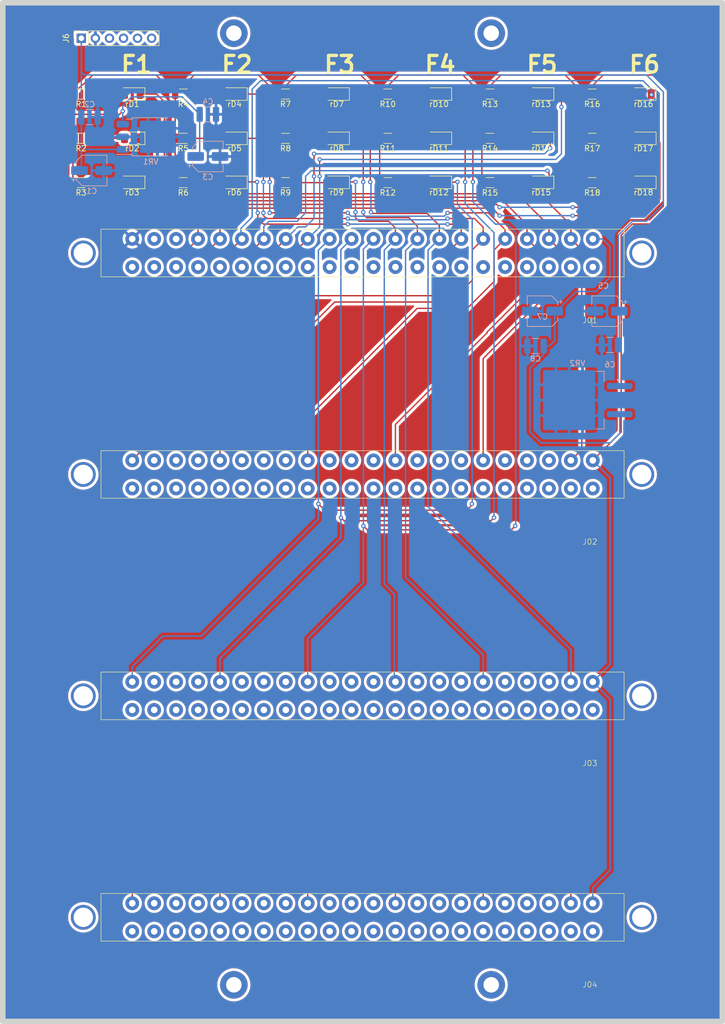
<source format=kicad_pcb>
(kicad_pcb (version 20240108) (generator "pcbnew") (generator_version "8.0")
  (layers (0 "F.Cu" signal) (31 "B.Cu" signal) (34 "B.Paste" user) (35 "F.Paste" user) (36 "B.SilkS" user "B.Silkscreen") (37 "F.SilkS" user "F.Silkscreen") (38 "B.Mask" user) (39 "F.Mask" user) (44 "Edge.Cuts" user))
  (net 0 "")
  (net 1 "VCC")
  (net 3 "Net-(J01-Pin_2a)")
  (net 5 "Net-(J01-Pin_3a)")
  (net 7 "Net-(J01-Pin_4a)")
  (net 9 "Net-(J01-Pin_5a)")
  (net 11 "Net-(J01-Pin_6a)")
  (net 13 "Net-(J01-Pin_7a)")
  (net 15 "Net-(J01-Pin_8a)")
  (net 17 "Net-(J01-Pin_9a)")
  (net 19 "Net-(J01-Pin_10a)")
  (net 21 "Net-(J01-Pin_11a)")
  (net 23 "Net-(J01-Pin_12a)")
  (net 25 "Net-(J01-Pin_13a)")
  (net 27 "Net-(J01-Pin_14a)")
  (net 29 "Net-(J01-Pin_15a)")
  (net 31 "Net-(J01-Pin_16a)")
  (net 33 "Net-(J01-Pin_17a)")
  (net 35 "Net-(J01-Pin_18a)")
  (net 37 "Net-(J01-Pin_19a)")
  (net 43 "GND")
  (net 156 "Net-(rD1-A)")
  (net 157 "Net-(rD2-A)")
  (net 158 "Net-(rD3-A)")
  (net 159 "Net-(rD4-A)")
  (net 160 "Net-(rD5-A)")
  (net 161 "Net-(rD6-A)")
  (net 162 "Net-(rD7-A)")
  (net 163 "Net-(rD8-A)")
  (net 164 "Net-(rD9-A)")
  (net 165 "Net-(rD10-A)")
  (net 166 "Net-(rD11-A)")
  (net 167 "Net-(rD12-A)")
  (net 168 "Net-(rD13-A)")
  (net 169 "Net-(rD14-A)")
  (net 170 "Net-(rD15-A)")
  (net 171 "Net-(rD16-A)")
  (net 172 "Net-(rD17-A)")
  (net 173 "Net-(rD18-A)")
  (net 174 "+12V")
  (net 175 "+5V")
  (footprint "Resistor_SMD:R_1206_3216Metric" (layer "F.Cu") (at 142.94682 44.963 180)
    (property "Reference" "R18")
    (property "Value" "R")
  )
  (footprint "Resistor_SMD:R_1206_3216Metric" (layer "F.Cu") (at 106.004276 28.961 180)
    (property "Reference" "R10")
    (property "Value" "R")
  )
  (footprint "LED_SMD:LED_1206_3216Metric" (layer "F.Cu") (at 133.731184 44.913 180)
    (property "Reference" "rD15")
    (property "Value" "LED")
  )
  (footprint "Resistor_SMD:R_1206_3216Metric" (layer "F.Cu") (at 87.533004 28.961 180)
    (property "Reference" "R7")
    (property "Value" "R")
  )
  (footprint "LED_SMD:LED_1206_3216Metric" (layer "F.Cu") (at 78.317368 28.961 180)
    (property "Reference" "rD4")
    (property "Value" "LED")
  )
  (footprint "EdgeConectors:Edac_22x2_3.96" (layer "F.Cu") (at 143.05246 175.133 180)
    (property "Reference" "J04")
    (property "Value" "Conn_02x22_Row_Letter_Last")
  )
  (footprint "LED_SMD:LED_1206_3216Metric" (layer "F.Cu") (at 115.259912 36.962 180)
    (property "Reference" "rD11")
    (property "Value" "LED")
  )
  (footprint "Resistor_SMD:R_1206_3216Metric" (layer "F.Cu") (at 69.061732 44.963 180)
    (property "Reference" "R6")
    (property "Value" "R")
  )
  (footprint "LED_SMD:LED_1206_3216Metric" (layer "F.Cu") (at 133.731184 28.961 180)
    (property "Reference" "rD13")
    (property "Value" "LED")
  )
  (footprint "Resistor_SMD:R_1206_3216Metric" (layer "F.Cu") (at 69.061732 36.962 180)
    (property "Reference" "R5")
    (property "Value" "R")
  )
  (footprint "Resistor_SMD:R_1206_3216Metric" (layer "F.Cu") (at 87.533004 36.962 180)
    (property "Reference" "R8")
    (property "Value" "R")
  )
  (footprint "Resistor_SMD:R_1206_3216Metric" (layer "F.Cu") (at 69.061732 28.961 180)
    (property "Reference" "R4")
    (property "Value" "R")
  )
  (footprint "LED_SMD:LED_1206_3216Metric" (layer "F.Cu") (at 152.20246 44.913 180)
    (property "Reference" "rD18")
    (property "Value" "LED")
  )
  (footprint "Resistor_SMD:R_1206_3216Metric" (layer "F.Cu") (at 142.94682 28.961 180)
    (property "Reference" "R16")
    (property "Value" "R")
  )
  (footprint "EdgeConectors:Edac_22x2_3.96" (layer "F.Cu") (at 143.05246 95.133 180)
    (property "Reference" "J02")
    (property "Value" "Conn_02x22_Row_Letter_Last")
  )
  (footprint "Resistor_SMD:R_1206_3216Metric" (layer "F.Cu") (at 50.59046 28.961 180)
    (property "Reference" "R1")
    (property "Value" "R")
  )
  (footprint "LED_SMD:LED_1206_3216Metric" (layer "F.Cu") (at 133.731184 36.962 180)
    (property "Reference" "rD14")
    (property "Value" "LED")
  )
  (footprint "LED_SMD:LED_1206_3216Metric" (layer "F.Cu") (at 115.259912 44.913 180)
    (property "Reference" "rD12")
    (property "Value" "LED")
  )
  (footprint "Resistor_SMD:R_1206_3216Metric" (layer "F.Cu") (at 87.533004 44.963 180)
    (property "Reference" "R9")
    (property "Value" "R")
  )
  (footprint "Resistor_SMD:R_1206_3216Metric" (layer "F.Cu") (at 50.59046 36.962 180)
    (property "Reference" "R2")
    (property "Value" "R")
  )
  (footprint "LED_SMD:LED_1206_3216Metric" (layer "F.Cu") (at 96.78864 36.962 180)
    (property "Reference" "rD8")
    (property "Value" "LED")
  )
  (footprint "Resistor_SMD:R_1206_3216Metric" (layer "F.Cu") (at 142.94682 36.962 180)
    (property "Reference" "R17")
    (property "Value" "R")
  )
  (footprint "EdgeConectors:Edac_22x2_3.96" (layer "F.Cu") (at 143.05246 55.133 180)
    (property "Reference" "J01")
    (property "Value" "Conn_02x22_Row_Letter_Last")
  )
  (footprint "LED_SMD:LED_1206_3216Metric" (layer "F.Cu") (at 96.78864 44.913 180)
    (property "Reference" "rD9")
    (property "Value" "LED")
  )
  (footprint "LED_SMD:LED_1206_3216Metric" (layer "F.Cu") (at 78.317368 44.913 180)
    (property "Reference" "rD6")
    (property "Value" "LED")
  )
  (footprint "LED_SMD:LED_1206_3216Metric" (layer "F.Cu") (at 78.317368 36.962 180)
    (property "Reference" "rD5")
    (property "Value" "LED")
  )
  (footprint "LED_SMD:LED_1206_3216Metric" (layer "F.Cu") (at 152.20246 28.961 180)
    (property "Reference" "rD16")
    (property "Value" "LED")
  )
  (footprint "Resistor_SMD:R_1206_3216Metric" (layer "F.Cu") (at 106.004276 44.963 180)
    (property "Reference" "R12")
    (property "Value" "R")
  )
  (footprint "Resistor_SMD:R_1206_3216Metric" (layer "F.Cu") (at 124.475548 36.962 180)
    (property "Reference" "R14")
    (property "Value" "R")
  )
  (footprint "LED_SMD:LED_1206_3216Metric" (layer "F.Cu") (at 59.846096 36.962 180)
    (property "Reference" "rD2")
    (property "Value" "LED")
  )
  (footprint "Resistor_SMD:R_1206_3216Metric" (layer "F.Cu") (at 124.475548 44.963 180)
    (property "Reference" "R15")
    (property "Value" "R")
  )
  (footprint "Resistor_SMD:R_1206_3216Metric" (layer "F.Cu") (at 106.004276 36.962 180)
    (property "Reference" "R11")
    (property "Value" "R")
  )
  (footprint "LED_SMD:LED_1206_3216Metric" (layer "F.Cu") (at 152.20246 36.962 180)
    (property "Reference" "rD17")
    (property "Value" "LED")
  )
  (footprint "Connector_PinSocket_2.54mm:PinSocket_1x06_P2.54mm_Vertical" (layer "F.Cu") (at 50.64146 18.88 90)
    (property "Reference" "J6")
    (property "Value" "Conn_01x06_Pin")
  )
  (footprint "LED_SMD:LED_1206_3216Metric" (layer "F.Cu") (at 59.846096 28.961 180)
    (property "Reference" "rD1")
    (property "Value" "LED")
  )
  (footprint "LED_SMD:LED_1206_3216Metric" (layer "F.Cu") (at 115.259912 28.961 180)
    (property "Reference" "rD10")
    (property "Value" "LED")
  )
  (footprint "EdgeConectors:Edac_22x2_3.96" (layer "F.Cu") (at 143.05246 135.133 180)
    (property "Reference" "J03")
    (property "Value" "Conn_02x22_Row_Letter_Last")
  )
  (footprint "Resistor_SMD:R_1206_3216Metric" (layer "F.Cu") (at 124.475548 28.961 180)
    (property "Reference" "R13")
    (property "Value" "R")
  )
  (footprint "Resistor_SMD:R_1206_3216Metric" (layer "F.Cu") (at 50.59046 44.963 180)
    (property "Reference" "R3")
    (property "Value" "R")
  )
  (footprint "LED_SMD:LED_1206_3216Metric" (layer "F.Cu") (at 96.78864 28.961 180)
    (property "Reference" "rD7")
    (property "Value" "LED")
  )
  (footprint "LED_SMD:LED_1206_3216Metric" (layer "F.Cu") (at 59.846096 44.913 180)
    (property "Reference" "rD3")
    (property "Value" "LED")
  )
  (footprint "Package_TO_SOT_SMD:TO-263-2" (layer "B.Cu") (at 140.27246 84.248 180)
    (property "Reference" "VR2")
    (property "Value" "Volt Reg")
  )
  (footprint "Capacitor_SMD:CP_Elec_5x5.9" (layer "B.Cu") (at 145.63746 68.181 180)
    (property "Reference" "C5")
    (property "Value" "Cap Pol1")
  )
  (footprint "Capacitor_SMD:C_1210_3225Metric" (layer "B.Cu") (at 146.14546 74.277)
    (property "Reference" "C6")
    (property "Value" "Cap")
  )
  (footprint "Capacitor_SMD:CP_Elec_5x5.9" (layer "B.Cu") (at 133.95346 68.181 180)
    (property "Reference" "C7")
    (property "Value" "Cap Pol1")
  )
  (footprint "Capacitor_SMD:CP_Elec_5x5.9" (layer "B.Cu") (at 73.50146 40.241)
    (property "Reference" "C3")
    (property "Value" "Cap Pol1")
  )
  (footprint "Capacitor_SMD:C_1210_3225Metric" (layer "B.Cu") (at 132.69746 74.473)
    (property "Reference" "C8")
    (property "Value" "Cap")
  )
  (footprint "Package_TO_SOT_SMD:TO-252-3_TabPin2" (layer "B.Cu") (at 63.16546 36.685)
    (property "Reference" "VR1")
    (property "Value" "Volt Reg")
  )
  (footprint "Capacitor_SMD:C_1210_3225Metric" (layer "B.Cu") (at 52.11646 33.129 180)
    (property "Reference" "C2")
    (property "Value" "Cap")
  )
  (footprint "Capacitor_SMD:C_1210_3225Metric" (layer "B.Cu") (at 73.50146 32.621 180)
    (property "Reference" "C4")
    (property "Value" "Cap")
  )
  (footprint "Capacitor_SMD:CP_Elec_5x5.9" (layer "B.Cu") (at 52.50546 42.781)
    (property "Reference" "C1")
    (property "Value" "Cap Pol1")
  )
  (gr_line (start 166.44746 12.473) (end 166.44746 196.473) (stroke (width 1)) (layer "Edge.Cuts"))
  (gr_line (start 36.44746 196.473) (end 166.44746 196.473) (stroke (width 1)) (layer "Edge.Cuts"))
  (gr_line (start 36.44746 12.473) (end 166.44746 12.473) (stroke (width 1)) (layer "Edge.Cuts"))
  (gr_line (start 36.44746 12.473) (end 36.44746 196.473) (stroke (width 1)) (layer "Edge.Cuts"))
  (gr_text "F2" (at 75.66046 25.382 0) (layer "F.SilkS") (effects (font (size 3 3) (thickness 0.6) (bold yes)) (justify left bottom)))
  (gr_text "F1" (at 57.49946 25.382 0) (layer "F.SilkS") (effects (font (size 3 3) (thickness 0.6) (bold yes)) (justify left bottom)))
  (gr_text "F4" (at 112.36346 25.382 0) (layer "F.SilkS") (effects (font (size 3 3) (thickness 0.6) (bold yes)) (justify left bottom)))
  (gr_text "F5" (at 130.77846 25.382 0) (layer "F.SilkS") (effects (font (size 3 3) (thickness 0.6) (bold yes)) (justify left bottom)))
  (gr_text "F3" (at 94.20246 25.382 0) (layer "F.SilkS") (effects (font (size 3 3) (thickness 0.6) (bold yes)) (justify left bottom)))
  (gr_text "F6" (at 149.29746 25.382 0) (layer "F.SilkS") (effects (font (size 3 3) (thickness 0.6) (bold yes)) (justify left bottom)))
  (via (at 78.19746 17.973) (size 5) (drill 2.8) (layers "F.Cu" "B.Cu") (net 0))
  (via (at 124.69746 17.973) (size 5) (drill 2.8) (layers "F.Cu" "B.Cu") (net 0))
  (via (at 124.69746 189.865) (size 5) (drill 2.8) (layers "F.Cu" "B.Cu") (net 0))
  (via (at 78.19746 189.865) (size 5) (drill 2.8) (layers "F.Cu" "B.Cu") (net 0))
  (segment (start 141.48432 28.961) (end 141.48432 44.963) (width 0.25) (layer "F.Cu") (net 1))
  (segment (start 49.12796 44.963) (end 49.12796 36.962) (width 0.25) (layer "F.Cu") (net 1))
  (segment (start 156.55946 49.512) (end 153.63846 52.433) (width 0.25) (layer "F.Cu") (net 1))
  (segment (start 50.90132 27.31) (end 52.67932 25.532) (width 0.25) (layer "F.Cu") (net 1))
  (segment (start 154.29646 25.532) (end 156.55946 27.795) (width 0.25) (layer "F.Cu") (net 1))
  (segment (start 104.541776 28.961) (end 107.970776 25.532) (width 0.25) (layer "F.Cu") (net 1))
  (segment (start 101.112776 25.532) (end 104.541776 28.961) (width 0.25) (layer "F.Cu") (net 1))
  (segment (start 119.584048 25.532) (end 123.013048 28.961) (width 0.25) (layer "F.Cu") (net 1))
  (segment (start 58.12546 32.045) (end 57.54946 32.621) (width 0.25) (layer "F.Cu") (net 1))
  (segment (start 50.77896 27.31) (end 50.90132 27.31) (width 0.25) (layer "F.Cu") (net 1))
  (segment (start 107.970776 25.532) (end 119.584048 25.532) (width 0.25) (layer "F.Cu") (net 1))
  (segment (start 86.070504 28.961) (end 86.070504 44.963) (width 0.25) (layer "F.Cu") (net 1))
  (segment (start 144.91332 25.532) (end 154.29646 25.532) (width 0.25) (layer "F.Cu") (net 1))
  (segment (start 49.12796 28.961) (end 49.12796 32.113) (width 0.25) (layer "F.Cu") (net 1))
  (segment (start 123.013048 28.961) (end 123.013048 44.963) (width 0.25) (layer "F.Cu") (net 1))
  (segment (start 64.170232 25.532) (end 67.599232 28.961) (width 0.25) (layer "F.Cu") (net 1))
  (segment (start 104.541776 28.961) (end 104.541776 44.963) (width 0.25) (layer "F.Cu") (net 1))
  (segment (start 126.442048 25.532) (end 138.05532 25.532) (width 0.25) (layer "F.Cu") (net 1))
  (segment (start 150.20946 52.433) (end 148.17746 54.465) (width 0.25) (layer "F.Cu") (net 1))
  (segment (start 67.599232 28.961) (end 67.599232 44.963) (width 0.25) (layer "F.Cu") (net 1))
  (segment (start 49.63596 32.621) (end 49.12796 32.113) (width 0.25) (layer "F.Cu") (net 1))
  (segment (start 86.070504 28.961) (end 89.499504 25.532) (width 0.25) (layer "F.Cu") (net 1))
  (segment (start 156.55946 27.795) (end 156.55946 49.512) (width 0.25) (layer "F.Cu") (net 1))
  (segment (start 138.05532 25.532) (end 141.48432 28.961) (width 0.25) (layer "F.Cu") (net 1))
  (segment (start 148.17746 90.008) (end 143.05246 95.133) (width 0.25) (layer "F.Cu") (net 1))
  (segment (start 52.67932 25.532) (end 64.170232 25.532) (width 0.25) (layer "F.Cu") (net 1))
  (segment (start 141.48432 28.961) (end 144.91332 25.532) (width 0.25) (layer "F.Cu") (net 1))
  (segment (start 82.641504 25.532) (end 86.070504 28.961) (width 0.25) (layer "F.Cu") (net 1))
  (segment (start 148.17746 54.465) (end 148.17746 90.008) (width 0.25) (layer "F.Cu") (net 1))
  (segment (start 71.028232 25.532) (end 82.641504 25.532) (width 0.25) (layer "F.Cu") (net 1))
  (segment (start 89.499504 25.532) (end 101.112776 25.532) (width 0.25) (layer "F.Cu") (net 1))
  (segment (start 57.54946 32.621) (end 49.63596 32.621) (width 0.25) (layer "F.Cu") (net 1))
  (segment (start 123.013048 28.961) (end 126.442048 25.532) (width 0.25) (layer "F.Cu") (net 1))
  (segment (start 67.599232 28.961) (end 71.028232 25.532) (width 0.25) (layer "F.Cu") (net 1))
  (segment (start 49.12796 32.113) (end 49.12796 36.962) (width 0.25) (layer "F.Cu") (net 1))
  (segment (start 49.12796 28.961) (end 50.77896 27.31) (width 0.25) (layer "F.Cu") (net 1))
  (segment (start 153.63846 52.433) (end 150.20946 52.433) (width 0.25) (layer "F.Cu") (net 1))
  (via (at 58.12546 32.045) (size 0.8) (drill 0.4) (layers "F.Cu" "B.Cu") (net 1))
  (segment (start 59.69746 29.473) (end 68.87846 29.473) (width 0.25) (layer "B.Cu") (net 1))
  (segment (start 143.05246 95.133) (end 146.19746 98.278) (width 0.25) (layer "B.Cu") (net 1))
  (segment (start 72.02646 39.516) (end 71.30146 40.241) (width 0.25) (layer "B.Cu") (net 1))
  (segment (start 143.05246 135.133) (end 146.19746 138.278) (width 0.25) (layer "B.Cu") (net 1))
  (segment (start 68.87846 29.473) (end 72.02646 32.621) (width 0.25) (layer "B.Cu") (net 1))
  (segment (start 146.19746 131.988) (end 143.05246 135.133) (width 0.25) (layer "B.Cu") (net 1))
  (segment (start 58.12546 31.045) (end 59.69746 29.473) (width 0.25) (layer "B.Cu") (net 1))
  (segment (start 58.12546 32.045) (end 58.12546 34.405) (width 0.25) (layer "B.Cu") (net 1))
  (segment (start 146.19746 98.278) (end 146.19746 131.988) (width 0.25) (layer "B.Cu") (net 1))
  (segment (start 72.02646 32.621) (end 72.02646 39.516) (width 0.25) (layer "B.Cu") (net 1))
  (segment (start 143.05246 172.28854) (end 143.05246 175.133) (width 0.25) (layer "B.Cu") (net 1))
  (segment (start 58.12546 32.045) (end 58.12546 31.045) (width 0.25) (layer "B.Cu") (net 1))
  (segment (start 146.19746 169.14354) (end 143.05246 172.28854) (width 0.25) (layer "B.Cu") (net 1))
  (segment (start 146.19746 138.278) (end 146.19746 169.14354) (width 0.25) (layer "B.Cu") (net 1))
  (segment (start 64.23632 28.961) (end 65.63332 30.358) (width 0.25) (layer "F.Cu") (net 3))
  (segment (start 65.63332 46.487) (end 66.11832 46.972) (width 0.25) (layer "F.Cu") (net 3))
  (segment (start 139.09008 55.133) (end 141.06546 57.10838) (width 0.25) (layer "F.Cu") (net 3))
  (segment (start 141.06546 93.15762) (end 139.09008 95.133) (width 0.25) (layer "F.Cu") (net 3))
  (segment (start 65.63332 30.358) (end 65.63332 46.487) (width 0.25) (layer "F.Cu") (net 3))
  (segment (start 141.06546 57.10838) (end 141.06546 93.15762) (width 0.25) (layer "F.Cu") (net 3))
  (segment (start 61.246096 28.961) (end 64.23632 28.961) (width 0.25) (layer "F.Cu") (net 3))
  (segment (start 139.09008 52.63376) (end 139.09008 55.133) (width 0.25) (layer "F.Cu") (net 3))
  (segment (start 133.42832 46.972) (end 139.09008 52.63376) (width 0.25) (layer "F.Cu") (net 3))
  (segment (start 66.11832 46.972) (end 133.42832 46.972) (width 0.25) (layer "F.Cu") (net 3))
  (segment (start 137.16 62.81546) (end 137.16 57.1653) (width 0.25) (layer "F.Cu") (net 5))
  (segment (start 137.16 57.1653) (end 135.1277 55.133) (width 0.25) (layer "F.Cu") (net 5))
  (segment (start 64.23632 46.36) (end 65.48332 47.607) (width 0.25) (layer "F.Cu") (net 5))
  (segment (start 61.246096 36.962) (end 62.71232 36.962) (width 0.25) (layer "F.Cu") (net 5))
  (segment (start 123.24056 76.7349) (end 137.16 62.81546) (width 0.25) (layer "F.Cu") (net 5))
  (segment (start 123.24056 95.133) (end 123.24056 76.7349) (width 0.25) (layer "F.Cu") (net 5))
  (segment (start 129.99932 47.607) (end 135.1277 52.73538) (width 0.25) (layer "F.Cu") (net 5))
  (segment (start 64.23632 38.486) (end 64.23632 46.36) (width 0.25) (layer "F.Cu") (net 5))
  (segment (start 135.1277 52.73538) (end 135.1277 55.133) (width 0.25) (layer "F.Cu") (net 5))
  (segment (start 62.71232 36.962) (end 64.23632 38.486) (width 0.25) (layer "F.Cu") (net 5))
  (segment (start 65.48332 47.607) (end 129.99932 47.607) (width 0.25) (layer "F.Cu") (net 5))
  (segment (start 123.952 71.95946) (end 123.952 72.08646) (width 0.25) (layer "F.Cu") (net 7))
  (segment (start 61.246096 45.401776) (end 64.08632 48.242) (width 0.25) (layer "F.Cu") (net 7))
  (segment (start 61.246096 44.913) (end 61.246096 45.401776) (width 0.25) (layer "F.Cu") (net 7))
  (segment (start 107.39104 88.64742) (end 107.39104 95.133) (width 0.25) (layer "F.Cu") (net 7))
  (segment (start 123.952 72.08646) (end 107.39104 88.64742) (width 0.25) (layer "F.Cu") (net 7))
  (segment (start 126.82432 48.242) (end 131.16532 52.583) (width 0.25) (layer "F.Cu") (net 7))
  (segment (start 131.16532 55.133) (end 133.096 57.06368) (width 0.25) (layer "F.Cu") (net 7))
  (segment (start 64.08632 48.242) (end 126.82432 48.242) (width 0.25) (layer "F.Cu") (net 7))
  (segment (start 133.096 57.06368) (end 133.096 62.81546) (width 0.25) (layer "F.Cu") (net 7))
  (segment (start 131.16532 52.583) (end 131.16532 55.133) (width 0.25) (layer "F.Cu") (net 7))
  (segment (start 133.096 62.81546) (end 123.952 71.95946) (width 0.25) (layer "F.Cu") (net 7))
  (segment (start 84.68332 44.836) (end 84.68332 30.231) (width 0.25) (layer "F.Cu") (net 9))
  (segment (start 120.36446 67.673) (end 111.3269 67.673) (width 0.25) (layer "F.Cu") (net 9))
  (segment (start 116.81432 50.424) (end 124.18032 50.424) (width 0.25) (layer "F.Cu") (net 9))
  (segment (start 127.20294 55.133) (end 125.2218 57.11414) (width 0.25) (layer "F.Cu") (net 9))
  (segment (start 91.54152 87.45838) (end 91.54152 95.133) (width 0.25) (layer "F.Cu") (net 9))
  (segment (start 111.3269 67.673) (end 91.54152 87.45838) (width 0.25) (layer "F.Cu") (net 9))
  (segment (start 98.78032 50.424) (end 84.68332 50.424) (width 0.25) (layer "F.Cu") (net 9))
  (segment (start 125.2218 62.81566) (end 120.36446 67.673) (width 0.25) (layer "F.Cu") (net 9))
  (segment (start 84.68332 30.231) (end 83.41332 28.961) (width 0.25) (layer "F.Cu") (net 9))
  (segment (start 124.18032 50.424) (end 127.20294 53.44662) (width 0.25) (layer "F.Cu") (net 9))
  (segment (start 125.2218 57.11414) (end 125.2218 62.81566) (width 0.25) (layer "F.Cu") (net 9))
  (segment (start 127.20294 53.44662) (end 127.20294 55.133) (width 0.25) (layer "F.Cu") (net 9))
  (segment (start 83.41332 28.961) (end 79.717368 28.961) (width 0.25) (layer "F.Cu") (net 9))
  (via (at 116.81432 50.424) (size 0.8) (drill 0.4) (layers "F.Cu" "B.Cu") (net 9))
  (via (at 98.78032 50.424) (size 0.8) (drill 0.4) (layers "F.Cu" "B.Cu") (net 9))
  (via (at 84.68332 50.424) (size 0.8) (drill 0.4) (layers "F.Cu" "B.Cu") (net 9))
  (via (at 84.68332 44.836) (size 0.8) (drill 0.4) (layers "F.Cu" "B.Cu") (net 9))
  (segment (start 116.81432 50.424) (end 116.21632 51.022) (width 0.25) (layer "B.Cu") (net 9))
  (segment (start 99.37832 51.022) (end 98.78032 50.424) (width 0.25) (layer "B.Cu") (net 9))
  (segment (start 84.68332 44.836) (end 84.68332 50.424) (width 0.25) (layer "B.Cu") (net 9))
  (segment (start 116.21632 51.022) (end 99.37832 51.022) (width 0.25) (layer "B.Cu") (net 9))
  (segment (start 123.24056 55.133) (end 121.2848 57.08876) (width 0.25) (layer "F.Cu") (net 11))
  (segment (start 121.2848 62.56166) (end 117.31646 66.53) (width 0.25) (layer "F.Cu") (net 11))
  (segment (start 82.77832 36.962) (end 79.717368 36.962) (width 0.25) (layer "F.Cu") (net 11))
  (segment (start 83.54032 50.932) (end 83.54032 50.424) (width 0.25) (layer "F.Cu") (net 11))
  (segment (start 117.31646 66.53) (end 96.411 66.53) (width 0.25) (layer "F.Cu") (net 11))
  (segment (start 98.78032 51.449306) (end 98.771014 51.44) (width 0.25) (layer "F.Cu") (net 11))
  (segment (start 96.411 66.53) (end 75.692 87.249) (width 0.25) (layer "F.Cu") (net 11))
  (segment (start 75.692 87.249) (end 75.692 95.133) (width 0.25) (layer "F.Cu") (net 11))
  (segment (start 123.24056 53.00956) (end 123.24056 55.133) (width 0.25) (layer "F.Cu") (net 11))
  (segment (start 116.823626 51.44) (end 121.671 51.44) (width 0.25) (layer "F.Cu") (net 11))
  (segment (start 83.54032 37.724) (end 82.77832 36.962) (width 0.25) (layer "F.Cu") (net 11))
  (segment (start 83.54032 44.836) (end 83.54032 37.724) (width 0.25) (layer "F.Cu") (net 11))
  (segment (start 84.04832 51.44) (end 83.54032 50.932) (width 0.25) (layer "F.Cu") (net 11))
  (segment (start 98.771014 51.44) (end 84.04832 51.44) (width 0.25) (layer "F.Cu") (net 11))
  (segment (start 116.81432 51.449306) (end 116.823626 51.44) (width 0.25) (layer "F.Cu") (net 11))
  (segment (start 121.2848 57.08876) (end 121.2848 62.56166) (width 0.25) (layer "F.Cu") (net 11))
  (segment (start 121.671 51.44) (end 123.24056 53.00956) (width 0.25) (layer "F.Cu") (net 11))
  (via (at 83.54032 44.836) (size 0.8) (drill 0.4) (layers "F.Cu" "B.Cu") (net 11))
  (via (at 98.78032 51.449306) (size 0.8) (drill 0.4) (layers "F.Cu" "B.Cu") (net 11))
  (via (at 83.54032 50.424) (size 0.8) (drill 0.4) (layers "F.Cu" "B.Cu") (net 11))
  (via (at 116.81432 51.449306) (size 0.8) (drill 0.4) (layers "F.Cu" "B.Cu") (net 11))
  (segment (start 116.592626 51.671) (end 99.002014 51.671) (width 0.25) (layer "B.Cu") (net 11))
  (segment (start 116.81432 51.449306) (end 116.592626 51.671) (width 0.25) (layer "B.Cu") (net 11))
  (segment (start 83.54032 44.836) (end 83.54032 50.424) (width 0.25) (layer "B.Cu") (net 11))
  (segment (start 99.002014 51.671) (end 98.78032 51.449306) (width 0.25) (layer "B.Cu") (net 11))
  (segment (start 119.27818 55.133) (end 117.3478 57.06338) (width 0.25) (layer "F.Cu") (net 13))
  (segment (start 83.54032 52.456) (end 82.52432 51.44) (width 0.25) (layer "F.Cu") (net 13))
  (segment (start 82.52432 51.44) (end 82.52432 50.424) (width 0.25) (layer "F.Cu") (net 13))
  (segment (start 59.84246 95.048) (end 59.84246 95.133) (width 0.25) (layer "F.Cu") (net 13))
  (segment (start 98.779896 52.474643) (end 98.761253 52.456) (width 0.25) (layer "F.Cu") (net 13))
  (segment (start 114.52246 65.387) (end 89.50346 65.387) (width 0.25) (layer "F.Cu") (net 13))
  (segment (start 119.27818 53.11118) (end 119.27818 55.133) (width 0.25) (layer "F.Cu") (net 13))
  (segment (start 80.13832 44.836) (end 80.06132 44.913) (width 0.25) (layer "F.Cu") (net 13))
  (segment (start 116.814744 52.474643) (end 118.641643 52.474643) (width 0.25) (layer "F.Cu") (net 13))
  (segment (start 81.88932 44.836) (end 80.13832 44.836) (width 0.25) (layer "F.Cu") (net 13))
  (segment (start 80.06132 44.913) (end 79.717368 44.913) (width 0.25) (layer "F.Cu") (net 13))
  (segment (start 118.641643 52.474643) (end 119.27818 53.11118) (width 0.25) (layer "F.Cu") (net 13))
  (segment (start 98.761253 52.456) (end 83.54032 52.456) (width 0.25) (layer "F.Cu") (net 13))
  (segment (start 117.3478 62.56166) (end 114.52246 65.387) (width 0.25) (layer "F.Cu") (net 13))
  (segment (start 89.50346 65.387) (end 59.84246 95.048) (width 0.25) (layer "F.Cu") (net 13))
  (segment (start 117.3478 57.06338) (end 117.3478 62.56166) (width 0.25) (layer "F.Cu") (net 13))
  (via (at 116.814744 52.474643) (size 0.8) (drill 0.4) (layers "F.Cu" "B.Cu") (net 13))
  (via (at 82.39732 44.836) (size 0.8) (drill 0.4) (layers "F.Cu" "B.Cu") (net 13))
  (via (at 98.779896 52.474643) (size 0.8) (drill 0.4) (layers "F.Cu" "B.Cu") (net 13))
  (via (at 82.52432 50.424) (size 0.8) (drill 0.4) (layers "F.Cu" "B.Cu") (net 13))
  (segment (start 82.39732 44.836) (end 82.39732 50.297) (width 0.25) (layer "B.Cu") (net 13))
  (segment (start 116.814744 52.474643) (end 116.796101 52.456) (width 0.25) (layer "B.Cu") (net 13))
  (segment (start 98.798539 52.456) (end 98.779896 52.474643) (width 0.25) (layer "B.Cu") (net 13))
  (segment (start 116.796101 52.456) (end 98.798539 52.456) (width 0.25) (layer "B.Cu") (net 13))
  (segment (start 82.39732 50.297) (end 82.52432 50.424) (width 0.25) (layer "B.Cu") (net 13))
  (segment (start 102.97132 50.297) (end 103.20232 50.528) (width 0.25) (layer "F.Cu") (net 15))
  (segment (start 98.78032 28.961) (end 98.18864 28.961) (width 0.25) (layer "F.Cu") (net 15))
  (segment (start 115.3158 52.7048) (end 115.3158 55.133) (width 0.25) (layer "F.Cu") (net 15))
  (segment (start 103.20232 50.528) (end 113.139 50.528) (width 0.25) (layer "F.Cu") (net 15))
  (segment (start 102.84432 44.836) (end 102.84432 33.025) (width 0.25) (layer "F.Cu") (net 15))
  (segment (start 113.139 50.528) (end 115.3158 52.7048) (width 0.25) (layer "F.Cu") (net 15))
  (segment (start 102.84432 33.025) (end 98.78032 28.961) (width 0.25) (layer "F.Cu") (net 15))
  (via (at 102.84432 44.836) (size 0.8) (drill 0.4) (layers "F.Cu" "B.Cu") (net 15))
  (via (at 102.97132 50.297) (size 0.8) (drill 0.4) (layers "F.Cu" "B.Cu") (net 15))
  (segment (start 115.3158 55.133) (end 113.284 57.1648) (width 0.25) (layer "B.Cu") (net 15))
  (segment (start 113.284 103.505) (end 139.09008 129.31108) (width 0.25) (layer "B.Cu") (net 15))
  (segment (start 102.84432 44.836) (end 102.97132 44.963) (width 0.25) (layer "B.Cu") (net 15))
  (segment (start 113.284 57.1648) (end 113.284 103.505) (width 0.25) (layer "B.Cu") (net 15))
  (segment (start 139.09008 129.31108) (end 139.09008 135.133) (width 0.25) (layer "B.Cu") (net 15))
  (segment (start 102.97132 44.963) (end 102.97132 50.297) (width 0.25) (layer "B.Cu") (net 15))
  (segment (start 111.35342 52.82176) (end 111.35342 55.133) (width 0.25) (layer "F.Cu") (net 17))
  (segment (start 102.18632 51.29) (end 109.82166 51.29) (width 0.25) (layer "F.Cu") (net 17))
  (segment (start 109.82166 51.29) (end 111.35342 52.82176) (width 0.25) (layer "F.Cu") (net 17))
  (segment (start 101.57432 44.836) (end 101.57432 38.486) (width 0.25) (layer "F.Cu") (net 17))
  (segment (start 101.57432 50.297) (end 101.57432 50.678) (width 0.25) (layer "F.Cu") (net 17))
  (segment (start 100.05032 36.962) (end 98.18864 36.962) (width 0.25) (layer "F.Cu") (net 17))
  (segment (start 101.57432 38.486) (end 100.05032 36.962) (width 0.25) (layer "F.Cu") (net 17))
  (segment (start 101.57432 50.678) (end 102.18632 51.29) (width 0.25) (layer "F.Cu") (net 17))
  (via (at 101.57432 50.297) (size 0.8) (drill 0.4) (layers "F.Cu" "B.Cu") (net 17))
  (via (at 101.57432 44.836) (size 0.8) (drill 0.4) (layers "F.Cu" "B.Cu") (net 17))
  (segment (start 101.57432 44.836) (end 101.57432 50.297) (width 0.25) (layer "B.Cu") (net 17))
  (segment (start 109.22 57.26642) (end 109.22 116.205) (width 0.25) (layer "B.Cu") (net 17))
  (segment (start 109.22 116.205) (end 123.24056 130.22556) (width 0.25) (layer "B.Cu") (net 17))
  (segment (start 123.24056 130.22556) (end 123.24056 135.133) (width 0.25) (layer "B.Cu") (net 17))
  (segment (start 111.35342 55.133) (end 109.22 57.26642) (width 0.25) (layer "B.Cu") (net 17))
  (segment (start 100.17732 50.297) (end 100.17732 51.29766) (width 0.25) (layer "F.Cu") (net 19))
  (segment (start 100.17732 51.29766) (end 100.82766 51.948) (width 0.25) (layer "F.Cu") (net 19))
  (segment (start 99.18832 44.836) (end 99.11132 44.913) (width 0.25) (layer "F.Cu") (net 19))
  (segment (start 107.39104 53.16744) (end 107.39104 55.133) (width 0.25) (layer "F.Cu") (net 19))
  (segment (start 100.17732 44.836) (end 99.18832 44.836) (width 0.25) (layer "F.Cu") (net 19))
  (segment (start 100.82766 51.948) (end 106.1716 51.948) (width 0.25) (layer "F.Cu") (net 19))
  (segment (start 106.1716 51.948) (end 107.39104 53.16744) (width 0.25) (layer "F.Cu") (net 19))
  (segment (start 99.11132 44.913) (end 98.18864 44.913) (width 0.25) (layer "F.Cu") (net 19))
  (via (at 100.17732 44.836) (size 0.8) (drill 0.4) (layers "F.Cu" "B.Cu") (net 19))
  (via (at 100.17732 50.297) (size 0.8) (drill 0.4) (layers "F.Cu" "B.Cu") (net 19))
  (segment (start 107.188 134.92996) (end 107.39104 135.133) (width 0.25) (layer "B.Cu") (net 19))
  (segment (start 105.37846 57.14558) (end 105.37846 117.44346) (width 0.25) (layer "B.Cu") (net 19))
  (segment (start 107.188 119.253) (end 107.188 134.92996) (width 0.25) (layer "B.Cu") (net 19))
  (segment (start 105.37846 117.44346) (end 107.188 119.253) (width 0.25) (layer "B.Cu") (net 19))
  (segment (start 107.39104 55.133) (end 105.37846 57.14558) (width 0.25) (layer "B.Cu") (net 19))
  (segment (start 100.17732 44.836) (end 100.17732 50.297) (width 0.25) (layer "B.Cu") (net 19))
  (segment (start 121.38632 44.836) (end 121.38632 33.025) (width 0.25) (layer "F.Cu") (net 21))
  (segment (start 129.032 106.973) (end 128.327 107.678) (width 0.25) (layer "F.Cu") (net 21))
  (segment (start 102.305 107.678) (end 101.6 106.973) (width 0.25) (layer "F.Cu") (net 21))
  (segment (start 117.32232 28.961) (end 116.659912 28.961) (width 0.25) (layer "F.Cu") (net 21))
  (segment (start 128.327 107.678) (end 102.305 107.678) (width 0.25) (layer "F.Cu") (net 21))
  (segment (start 121.38632 33.025) (end 117.32232 28.961) (width 0.25) (layer "F.Cu") (net 21))
  (via (at 129.032 106.973) (size 0.8) (drill 0.4) (layers "F.Cu" "B.Cu") (net 21))
  (via (at 121.38632 44.836) (size 0.8) (drill 0.4) (layers "F.Cu" "B.Cu") (net 21))
  (via (at 101.6 106.973) (size 0.8) (drill 0.4) (layers "F.Cu" "B.Cu") (net 21))
  (segment (start 125.45032 52.456) (end 127.60932 52.456) (width 0.25) (layer "B.Cu") (net 21))
  (segment (start 129.13332 106.87168) (end 129.032 106.973) (width 0.25) (layer "B.Cu") (net 21))
  (segment (start 101.6 56.96166) (end 101.6 117.221) (width 0.25) (layer "B.Cu") (net 21))
  (segment (start 101.6 117.221) (end 91.54152 127.27948) (width 0.25) (layer "B.Cu") (net 21))
  (segment (start 103.42866 55.133) (end 101.6 56.96166) (width 0.25) (layer "B.Cu") (net 21))
  (segment (start 129.13332 53.98) (end 129.13332 106.87168) (width 0.25) (layer "B.Cu") (net 21))
  (segment (start 91.54152 127.27948) (end 91.54152 135.133) (width 0.25) (layer "B.Cu") (net 21))
  (segment (start 121.38632 48.392) (end 125.45032 52.456) (width 0.25) (layer "B.Cu") (net 21))
  (segment (start 121.38632 44.836) (end 121.38632 48.392) (width 0.25) (layer "B.Cu") (net 21))
  (segment (start 127.60932 52.456) (end 129.13332 53.98) (width 0.25) (layer "B.Cu") (net 21))
  (segment (start 124.64346 106.027) (end 98.09 106.027) (width 0.25) (layer "F.Cu") (net 23))
  (segment (start 98.09 106.027) (end 97.536 105.473) (width 0.25) (layer "F.Cu") (net 23))
  (segment (start 119.98932 44.836) (end 119.98932 38.613) (width 0.25) (layer "F.Cu") (net 23))
  (segment (start 125.19746 105.473) (end 124.64346 106.027) (width 0.25) (layer "F.Cu") (net 23))
  (segment (start 119.98932 38.613) (end 118.33832 36.962) (width 0.25) (layer "F.Cu") (net 23))
  (segment (start 118.33832 36.962) (end 116.659912 36.962) (width 0.25) (layer "F.Cu") (net 23))
  (via (at 119.98932 44.836) (size 0.8) (drill 0.4) (layers "F.Cu" "B.Cu") (net 23))
  (via (at 125.19746 105.473) (size 0.8) (drill 0.4) (layers "F.Cu" "B.Cu") (net 23))
  (via (at 97.536 105.473) (size 0.8) (drill 0.4) (layers "F.Cu" "B.Cu") (net 23))
  (segment (start 119.98932 48.773) (end 125.19632 53.98) (width 0.25) (layer "B.Cu") (net 23))
  (segment (start 99.46628 55.133) (end 97.536 57.06328) (width 0.25) (layer "B.Cu") (net 23))
  (segment (start 119.98932 44.836) (end 119.98932 48.773) (width 0.25) (layer "B.Cu") (net 23))
  (segment (start 97.536 57.06328) (end 97.536 109.093) (width 0.25) (layer "B.Cu") (net 23))
  (segment (start 125.19632 105.47186) (end 125.19746 105.473) (width 0.25) (layer "B.Cu") (net 23))
  (segment (start 75.692 130.937) (end 75.692 135.133) (width 0.25) (layer "B.Cu") (net 23))
  (segment (start 125.19632 53.98) (end 125.19632 105.47186) (width 0.25) (layer "B.Cu") (net 23))
  (segment (start 97.536 109.093) (end 75.692 130.937) (width 0.25) (layer "B.Cu") (net 23))
  (segment (start 94.597 104.122) (end 120.287 104.122) (width 0.25) (layer "F.Cu") (net 25))
  (segment (start 120.287 104.122) (end 121.412 102.997) (width 0.25) (layer "F.Cu") (net 25))
  (segment (start 117.98432 44.836) (end 117.90732 44.913) (width 0.25) (layer "F.Cu") (net 25))
  (segment (start 117.90732 44.913) (end 116.659912 44.913) (width 0.25) (layer "F.Cu") (net 25))
  (segment (start 93.472 102.997) (end 94.597 104.122) (width 0.25) (layer "F.Cu") (net 25))
  (segment (start 118.59232 44.836) (end 117.98432 44.836) (width 0.25) (layer "F.Cu") (net 25))
  (via (at 93.472 102.997) (size 0.8) (drill 0.4) (layers "F.Cu" "B.Cu") (net 25))
  (via (at 121.19746 102.997) (size 0.8) (drill 0.4) (layers "F.Cu" "B.Cu") (net 25))
  (via (at 118.59232 44.836) (size 0.8) (drill 0.4) (layers "F.Cu" "B.Cu") (net 25))
  (segment (start 72.34046 126.873) (end 65.35546 126.873) (width 0.25) (layer "B.Cu") (net 25))
  (segment (start 118.59232 48.9) (end 118.59232 44.836) (width 0.25) (layer "B.Cu") (net 25))
  (segment (start 121.25932 51.567) (end 118.59232 48.9) (width 0.25) (layer "B.Cu") (net 25))
  (segment (start 121.412 102.997) (end 121.25932 102.84432) (width 0.25) (layer "B.Cu") (net 25))
  (segment (start 121.25932 102.84432) (end 121.25932 51.567) (width 0.25) (layer "B.Cu") (net 25))
  (segment (start 93.472 102.997) (end 93.472 105.74146) (width 0.25) (layer "B.Cu") (net 25))
  (segment (start 93.472 105.74146) (end 72.34046 126.873) (width 0.25) (layer "B.Cu") (net 25))
  (segment (start 93.472 57.1649) (end 95.5039 55.133) (width 0.25) (layer "B.Cu") (net 25))
  (segment (start 93.472 102.997) (end 93.472 57.1649) (width 0.25) (layer "B.Cu") (net 25))
  (segment (start 65.35546 126.873) (end 59.84246 132.386) (width 0.25) (layer "B.Cu") (net 25))
  (segment (start 59.84246 132.386) (end 59.84246 135.133) (width 0.25) (layer "B.Cu") (net 25))
  (segment (start 89.5348 62.56166) (end 57.912 94.18446) (width 0.25) (layer "F.Cu") (net 27))
  (segment (start 57.912 94.18446) (end 57.912 143.52354) (width 0.25) (layer "F.Cu") (net 27))
  (segment (start 74.26346 159.875) (end 132.04846 159.875) (width 0.25) (layer "F.Cu") (net 27))
  (segment (start 132.04846 159.875) (end 139.09008 166.91662) (width 0.25) (layer "F.Cu") (net 27))
  (segment (start 57.912 143.52354) (end 74.26346 159.875) (width 0.25) (layer "F.Cu") (net 27))
  (segment (start 136.18546 28.961) (end 137.38832 30.16386) (width 0.25) (layer "F.Cu") (net 27))
  (segment (start 135.131184 28.961) (end 136.18546 28.961) (width 0.25) (layer "F.Cu") (net 27))
  (segment (start 137.38832 30.16386) (end 137.38832 31.28214) (width 0.25) (layer "F.Cu") (net 27))
  (segment (start 91.54152 55.133) (end 89.5348 57.13972) (width 0.25) (layer "F.Cu") (net 27))
  (segment (start 139.09008 166.91662) (end 139.09008 175.133) (width 0.25) (layer "F.Cu") (net 27))
  (segment (start 93.70032 43.82) (end 93.70032 40.772) (width 0.25) (layer "F.Cu") (net 27))
  (segment (start 89.5348 57.13972) (end 89.5348 62.56166) (width 0.25) (layer "F.Cu") (net 27))
  (via (at 93.70032 43.82) (size 0.8) (drill 0.4) (layers "F.Cu" "B.Cu") (net 27))
  (via (at 93.70032 40.772) (size 0.8) (drill 0.4) (layers "F.Cu" "B.Cu") (net 27))
  (via (at 137.38832 31.28214) (size 0.8) (drill 0.4) (layers "F.Cu" "B.Cu") (net 27))
  (segment (start 137.38832 31.28214) (end 137.38832 34.676) (width 0.25) (layer "B.Cu") (net 27))
  (segment (start 93.70032 52.9742) (end 91.54152 55.133) (width 0.25) (layer "B.Cu") (net 27))
  (segment (start 93.70032 40.772) (end 136.37232 40.772) (width 0.25) (layer "B.Cu") (net 27))
  (segment (start 137.38832 34.676) (end 137.38832 34.618) (width 0.25) (layer "B.Cu") (net 27))
  (segment (start 93.70032 43.82) (end 93.70032 52.9742) (width 0.25) (layer "B.Cu") (net 27))
  (segment (start 136.37232 40.772) (end 137.38832 39.756) (width 0.25) (layer "B.Cu") (net 27))
  (segment (start 137.38832 39.756) (end 137.38832 34.676) (width 0.25) (layer "B.Cu") (net 27))
  (segment (start 85.5978 57.11434) (end 85.5978 62.56166) (width 0.25) (layer "F.Cu") (net 29))
  (segment (start 135.35632 38.74) (end 135.35632 37.187136) (width 0.25) (layer "F.Cu") (net 29))
  (segment (start 87.57914 55.133) (end 85.5978 57.11434) (width 0.25) (layer "F.Cu") (net 29))
  (segment (start 123.24056 171.37356) (end 123.24056 175.133) (width 0.25) (layer "F.Cu") (net 29))
  (segment (start 85.5978 62.56166) (end 57.24546 90.914) (width 0.25) (layer "F.Cu") (net 29))
  (segment (start 115.425 163.558) (end 123.24056 171.37356) (width 0.25) (layer "F.Cu") (net 29))
  (segment (start 76.29546 163.558) (end 115.425 163.558) (width 0.25) (layer "F.Cu") (net 29))
  (segment (start 135.35632 37.187136) (end 135.131184 36.962) (width 0.25) (layer "F.Cu") (net 29))
  (segment (start 92.68432 43.82) (end 92.68432 39.756) (width 0.25) (layer "F.Cu") (net 29))
  (segment (start 57.24546 90.914) (end 57.24546 144.508) (width 0.25) (layer "F.Cu") (net 29))
  (segment (start 57.24546 144.508) (end 76.29546 163.558) (width 0.25) (layer "F.Cu") (net 29))
  (via (at 135.35632 38.74) (size 0.8) (drill 0.4) (layers "F.Cu" "B.Cu") (net 29))
  (via (at 92.68432 39.756) (size 0.8) (drill 0.4) (layers "F.Cu" "B.Cu") (net 29))
  (via (at 92.68432 43.82) (size 0.8) (drill 0.4) (layers "F.Cu" "B.Cu") (net 29))
  (segment (start 91.16032 52.964) (end 92.68432 51.44) (width 0.25) (layer "B.Cu") (net 29))
  (segment (start 87.595716 55.133) (end 89.764716 52.964) (width 0.25) (layer "B.Cu") (net 29))
  (segment (start 92.68432 51.44) (end 92.68432 43.82) (width 0.25) (layer "B.Cu") (net 29))
  (segment (start 92.68432 39.756) (end 134.34032 39.756) (width 0.25) (layer "B.Cu") (net 29))
  (segment (start 89.764716 52.964) (end 91.16032 52.964) (width 0.25) (layer "B.Cu") (net 29))
  (segment (start 87.57914 55.133) (end 87.595716 55.133) (width 0.25) (layer "B.Cu") (net 29))
  (segment (start 134.34032 39.756) (end 135.35632 38.74) (width 0.25) (layer "B.Cu") (net 29))
  (segment (start 107.39104 172.55558) (end 102.58446 167.749) (width 0.25) (layer "F.Cu") (net 31))
  (segment (start 56.48346 147.048) (end 56.48346 87.66154) (width 0.25) (layer "F.Cu") (net 31))
  (segment (start 135.131184 43.086864) (end 134.84832 42.804) (width 0.25) (layer "F.Cu") (net 31))
  (segment (start 135.131184 44.913) (end 135.131184 43.086864) (width 0.25) (layer "F.Cu") (net 31))
  (segment (start 81.6608 57.08896) (end 83.61676 55.133) (width 0.25) (layer "F.Cu") (net 31))
  (segment (start 56.48346 87.66154) (end 81.6608 62.4842) (width 0.25) (layer "F.Cu") (net 31))
  (segment (start 77.18446 167.749) (end 56.48346 147.048) (width 0.25) (layer "F.Cu") (net 31))
  (segment (start 102.58446 167.749) (end 77.18446 167.749) (width 0.25) (layer "F.Cu") (net 31))
  (segment (start 134.92532 44.913) (end 134.84832 44.836) (width 0.25) (layer "F.Cu") (net 31))
  (segment (start 81.6608 62.4842) (end 81.6608 57.08896) (width 0.25) (layer "F.Cu") (net 31))
  (segment (start 107.39104 175.133) (end 107.39104 172.55558) (width 0.25) (layer "F.Cu") (net 31))
  (via (at 134.84832 42.804) (size 0.8) (drill 0.4) (layers "F.Cu" "B.Cu") (net 31))
  (segment (start 91.16032 50.424) (end 91.16032 43.82) (width 0.25) (layer "B.Cu") (net 31))
  (segment (start 92.17632 42.804) (end 134.84832 42.804) (width 0.25) (layer "B.Cu") (net 31))
  (segment (start 89.63632 51.948) (end 91.16032 50.424) (width 0.25) (layer "B.Cu") (net 31))
  (segment (start 83.61676 52.88756) (end 84.55632 51.948) (width 0.25) (layer "B.Cu") (net 31))
  (segment (start 84.55632 51.948) (end 89.63632 51.948) (width 0.25) (layer "B.Cu") (net 31))
  (segment (start 91.16032 43.82) (end 92.17632 42.804) (width 0.25) (layer "B.Cu") (net 31))
  (segment (start 83.61676 55.133) (end 83.61676 52.88756) (width 0.25) (layer "B.Cu") (net 31))
  (segment (start 55.72146 149.715) (end 76.54946 170.543) (width 0.25) (layer "F.Cu") (net 33))
  (segment (start 77.7238 57.06358) (end 77.7238 62.68866) (width 0.25) (layer "F.Cu") (net 33))
  (segment (start 77.7238 62.68866) (end 55.72146 84.691) (width 0.25) (layer "F.Cu") (net 33))
  (segment (start 91.54152 173.34306) (end 91.54152 175.133) (width 0.25) (layer "F.Cu") (net 33))
  (segment (start 55.72146 84.691) (end 55.72146 149.715) (width 0.25) (layer "F.Cu") (net 33))
  (segment (start 76.54946 170.543) (end 88.74146 170.543) (width 0.25) (layer "F.Cu") (net 33))
  (segment (start 79.65438 55.133) (end 77.7238 57.06358) (width 0.25) (layer "F.Cu") (net 33))
  (segment (start 88.74146 170.543) (end 91.54152 173.34306) (width 0.25) (layer "F.Cu") (net 33))
  (via (at 153.64432 29.088) (size 0.8) (drill 0.4) (layers "F.Cu" "B.Cu") (net 33))
  (segment (start 152.12032 26.548) (end 153.64432 28.072) (width 0.25) (layer "B.Cu") (net 33))
  (segment (start 79.65438 55.133) (end 79.47632 54.95494) (width 0.25) (layer "B.Cu") (net 33))
  (segment (start 81.50832 28.072) (end 83.03232 26.548) (width 0.25) (layer "B.Cu") (net 33))
  (segment (start 83.03232 26.548) (end 152.12032 26.548) (width 0.25) (layer "B.Cu") (net 33))
  (segment (start 81.50832 51.186) (end 81.50832 28.072) (width 0.25) (layer "B.Cu") (net 33))
  (segment (start 79.47632 53.218) (end 81.50832 51.186) (width 0.25) (layer "B.Cu") (net 33))
  (segment (start 153.64432 28.072) (end 153.64432 29.088) (width 0.25) (layer "B.Cu") (net 33))
  (segment (start 79.47632 54.95494) (end 79.47632 53.218) (width 0.25) (layer "B.Cu") (net 33))
  (segment (start 126.216973 50.927347) (end 124.861626 49.572) (width 0.25) (layer "F.Cu") (net 35))
  (segment (start 77.54466 49.572) (end 75.692 51.42466) (width 0.25) (layer "F.Cu") (net 35))
  (segment (start 155.16832 37.724) (end 154.40632 36.962) (width 0.25) (layer "F.Cu") (net 35))
  (segment (start 55.08646 81.135) (end 55.08646 151.47946) (width 0.25) (layer "F.Cu") (net 35))
  (segment (start 152.12032 50.932) (end 155.16832 47.884) (width 0.25) (layer "F.Cu") (net 35))
  (segment (start 73.6598 57.1652) (end 73.6598 62.56166) (width 0.25) (layer "F.Cu") (net 35))
  (segment (start 155.16832 47.884) (end 155.16832 37.724) (width 0.25) (layer "F.Cu") (net 35))
  (segment (start 124.861626 49.572) (end 77.54466 49.572) (width 0.25) (layer "F.Cu") (net 35))
  (segment (start 75.692 51.42466) (end 75.692 55.133) (width 0.25) (layer "F.Cu") (net 35))
  (segment (start 154.40632 36.962) (end 153.60246 36.962) (width 0.25) (layer "F.Cu") (net 35))
  (segment (start 73.6598 62.56166) (end 55.08646 81.135) (width 0.25) (layer "F.Cu") (net 35))
  (segment (start 55.08646 151.47946) (end 75.692 172.085) (width 0.25) (layer "F.Cu") (net 35))
  (segment (start 75.692 55.133) (end 73.6598 57.1652) (width 0.25) (layer "F.Cu") (net 35))
  (segment (start 139.42032 50.932) (end 152.12032 50.932) (width 0.25) (layer "F.Cu") (net 35))
  (segment (start 75.692 172.085) (end 75.692 175.133) (width 0.25) (layer "F.Cu") (net 35))
  (via (at 126.216973 50.927347) (size 0.8) (drill 0.4) (layers "F.Cu" "B.Cu") (net 35))
  (via (at 139.42032 50.932) (size 0.8) (drill 0.4) (layers "F.Cu" "B.Cu") (net 35))
  (segment (start 126.216973 50.927347) (end 139.415667 50.927347) (width 0.25) (layer "B.Cu") (net 35))
  (segment (start 139.415667 50.927347) (end 139.42032 50.932) (width 0.25) (layer "B.Cu") (net 35))
  (segment (start 71.72962 55.133) (end 69.7228 57.13982) (width 0.25) (layer "F.Cu") (net 37))
  (segment (start 74.417 48.9) (end 71.72962 51.58738) (width 0.25) (layer "F.Cu") (net 37))
  (segment (start 54.2868 77.6662) (end 54.2868 153.99534) (width 0.25) (layer "F.Cu") (net 37))
  (segment (start 54.2868 153.99534) (end 59.84246 159.551) (width 0.25) (layer "F.Cu") (net 37))
  (segment (start 69.7228 62.2302) (end 54.2868 77.6662) (width 0.25) (layer "F.Cu") (net 37))
  (segment (start 69.7228 57.13982) (end 69.7228 62.2302) (width 0.25) (layer "F.Cu") (net 37))
  (segment (start 59.84246 159.551) (end 59.84246 175.133) (width 0.25) (layer "F.Cu") (net 37))
  (segment (start 153.60246 47.41786) (end 153.60246 44.913) (width 0.25) (layer "F.Cu") (net 37))
  (segment (start 151.61232 49.408) (end 153.60246 47.41786) (width 0.25) (layer "F.Cu") (net 37))
  (segment (start 126.21232 49.408) (end 125.70432 48.9) (width 0.25) (layer "F.Cu") (net 37))
  (segment (start 125.70432 48.9) (end 74.417 48.9) (width 0.25) (layer "F.Cu") (net 37))
  (segment (start 139.42032 49.408) (end 151.61232 49.408) (width 0.25) (layer "F.Cu") (net 37))
  (segment (start 71.72962 51.58738) (end 71.72962 55.133) (width 0.25) (layer "F.Cu") (net 37))
  (via (at 139.42032 49.408) (size 0.8) (drill 0.4) (layers "F.Cu" "B.Cu") (net 37))
  (via (at 126.21232 49.408) (size 0.8) (drill 0.4) (layers "F.Cu" "B.Cu") (net 37))
  (segment (start 139.42032 49.408) (end 126.21232 49.408) (width 0.25) (layer "B.Cu") (net 37))
  (segment (start 52.05296 28.961) (end 58.446096 28.961) (width 0.25) (layer "F.Cu") (net 156))
  (segment (start 52.05296 36.962) (end 58.446096 36.962) (width 0.25) (layer "F.Cu") (net 157))
  (segment (start 58.396096 44.963) (end 58.446096 44.913) (width 0.25) (layer "F.Cu") (net 158))
  (segment (start 52.05296 44.963) (end 58.396096 44.963) (width 0.25) (layer "F.Cu") (net 158))
  (segment (start 70.524232 28.961) (end 76.917368 28.961) (width 0.25) (layer "F.Cu") (net 159))
  (segment (start 70.524232 36.962) (end 76.917368 36.962) (width 0.25) (layer "F.Cu") (net 160))
  (segment (start 70.524232 44.963) (end 76.867368 44.963) (width 0.25) (layer "F.Cu") (net 161))
  (segment (start 76.867368 44.963) (end 76.917368 44.913) (width 0.25) (layer "F.Cu") (net 161))
  (segment (start 88.995504 28.961) (end 95.38864 28.961) (width 0.25) (layer "F.Cu") (net 162))
  (segment (start 88.995504 36.962) (end 95.38864 36.962) (width 0.25) (layer "F.Cu") (net 163))
  (segment (start 95.33864 44.963) (end 95.38864 44.913) (width 0.25) (layer "F.Cu") (net 164))
  (segment (start 88.995504 44.963) (end 95.33864 44.963) (width 0.25) (layer "F.Cu") (net 164))
  (segment (start 107.466776 28.961) (end 113.859912 28.961) (width 0.25) (layer "F.Cu") (net 165))
  (segment (start 107.466776 36.962) (end 113.859912 36.962) (width 0.25) (layer "F.Cu") (net 166))
  (segment (start 113.809912 44.963) (end 113.859912 44.913) (width 0.25) (layer "F.Cu") (net 167))
  (segment (start 107.466776 44.963) (end 113.809912 44.963) (width 0.25) (layer "F.Cu") (net 167))
  (segment (start 125.938048 28.961) (end 132.331184 28.961) (width 0.25) (layer "F.Cu") (net 168))
  (segment (start 125.938048 36.962) (end 132.331184 36.962) (width 0.25) (layer "F.Cu") (net 169))
  (segment (start 125.938048 44.963) (end 132.281184 44.963) (width 0.25) (layer "F.Cu") (net 170))
  (segment (start 132.281184 44.963) (end 132.331184 44.913) (width 0.25) (layer "F.Cu") (net 170))
  (segment (start 144.40932 28.961) (end 150.80246 28.961) (width 0.25) (layer "F.Cu") (net 171))
  (segment (start 144.40932 36.962) (end 150.80246 36.962) (width 0.25) (layer "F.Cu") (net 172))
  (segment (start 144.40932 44.963) (end 150.75246 44.963) (width 0.25) (layer "F.Cu") (net 173))
  (segment (start 150.75246 44.963) (end 150.80246 44.913) (width 0.25) (layer "F.Cu") (net 173))
  (segment (start 147.83746 74.06) (end 147.62046 74.277) (width 0.25) (layer "B.Cu") (net 174))
  (segment (start 50.64146 33.129) (end 50.64146 29.573) (width 0.25) (layer "B.Cu") (net 174))
  (segment (start 147.83746 68.181) (end 147.83746 74.06) (width 0.25) (layer "B.Cu") (net 174))
  (segment (start 147.80546 74.462) (end 147.62046 74.277) (width 0.25) (layer "B.Cu") (net 174))
  (segment (start 147.66946 68.349) (end 146.99346 67.673) (width 0.25) (layer "B.Cu") (net 174))
  (segment (start 147.62046 74.277) (end 147.62046 81.406) (width 0.25) (layer "B.Cu") (net 174))
  (segment (start 50.64146 42.445) (end 50.30546 42.781) (width 0.25) (layer "B.Cu") (net 174))
  (segment (start 50.23146 42.007) (end 49.45746 42.781) (width 0.25) (layer "B.Cu") (net 174))
  (segment (start 50.64146 25.001) (end 50.64146 18.88) (width 0.25) (layer "B.Cu") (net 174))
  (segment (start 155.79746 28.557) (end 152.74946 25.509) (width 0.25) (layer "B.Cu") (net 174))
  (segment (start 50.64146 29.573) (end 50.64146 25.001) (width 0.25) (layer "B.Cu") (net 174))
  (segment (start 150.20946 51.925) (end 152.74946 51.925) (width 0.25) (layer "B.Cu") (net 174))
  (segment (start 50.64146 38.209) (end 50.64146 42.445) (width 0.25) (layer "B.Cu") (net 174))
  (segment (start 147.83746 73.552) (end 147.11246 74.277) (width 0.25) (layer "B.Cu") (net 174))
  (segment (start 147.66946 54.465) (end 150.20946 51.925) (width 0.25) (layer "B.Cu") (net 174))
  (segment (start 152.74946 51.925) (end 155.79746 48.877) (width 0.25) (layer "B.Cu") (net 174))
  (segment (start 50.64146 33.129) (end 50.64146 38.209) (width 0.25) (layer "B.Cu") (net 174))
  (segment (start 51.14946 25.509) (end 50.64146 25.001) (width 0.25) (layer "B.Cu") (net 174))
  (segment (start 155.79746 48.877) (end 155.79746 28.557) (width 0.25) (layer "B.Cu") (net 174))
  (segment (start 147.83746 68.181) (end 147.66946 68.013) (width 0.25) (layer "B.Cu") (net 174))
  (segment (start 152.74946 25.509) (end 51.14946 25.509) (width 0.25) (layer "B.Cu") (net 174))
  (segment (start 51.39746 38.965) (end 50.64146 38.209) (width 0.25) (layer "B.Cu") (net 174))
  (segment (start 58.12546 38.965) (end 51.39746 38.965) (width 0.25) (layer "B.Cu") (net 174))
  (segment (start 147.66946 68.013) (end 147.66946 54.465) (width 0.25) (layer "B.Cu") (net 174))
  (segment (start 147.62046 81.406) (end 147.92246 81.708) (width 0.25) (layer "B.Cu") (net 174))
  (segment (start 143.60546 64.625) (end 146.14546 62.085) (width 0.25) (layer "B.Cu") (net 175))
  (segment (start 146.14546 56.497) (end 144.78146 55.133) (width 0.25) (layer "B.Cu") (net 175))
  (segment (start 131.69746 89.973) (end 131.69746 78.448) (width 0.25) (layer "B.Cu") (net 175))
  (segment (start 134.17246 75.973) (end 134.17246 74.473) (width 0.25) (layer "B.Cu") (net 175))
  (segment (start 135.19746 74.473) (end 136.15346 73.517) (width 0.25) (layer "B.Cu") (net 175))
  (segment (start 133.69746 91.973) (end 131.69746 89.973) (width 0.25) (layer "B.Cu") (net 175))
  (segment (start 140.04946 64.625) (end 143.60546 64.625) (width 0.25) (layer "B.Cu") (net 175))
  (segment (start 134.17246 74.473) (end 135.19746 74.473) (width 0.25) (layer "B.Cu") (net 175))
  (segment (start 136.15346 68.521) (end 140.04946 64.625) (width 0.25) (layer "B.Cu") (net 175))
  (segment (start 147.92246 90.248) (end 146.19746 91.973) (width 0.25) (layer "B.Cu") (net 175))
  (segment (start 146.14546 62.085) (end 146.14546 56.497) (width 0.25) (layer "B.Cu") (net 175))
  (segment (start 131.69746 78.448) (end 134.17246 75.973) (width 0.25) (layer "B.Cu") (net 175))
  (segment (start 136.15346 73.517) (end 136.15346 68.181) (width 0.25) (layer "B.Cu") (net 175))
  (segment (start 144.78146 55.133) (end 143.05246 55.133) (width 0.25) (layer "B.Cu") (net 175))
  (segment (start 147.92246 86.788) (end 147.92246 90.248) (width 0.25) (layer "B.Cu") (net 175))
  (segment (start 146.19746 91.973) (end 133.69746 91.973) (width 0.25) (layer "B.Cu") (net 175))
  (zone (net 43) (net_name "GND") (layer "F.Cu") (priority 1) (connect_pads (clearance 0.5)) (min_thickness 0.25) (fill yes (thermal_gap 0.5) (thermal_bridge_width 0.5))
    (polygon (pts (xy 36.92546 12.301) (xy 36.41746 196.705) (xy 166.46546 196.705) (xy 166.46546 12.809)))
  )
  (zone (net 43) (net_name "GND") (layer "B.Cu") (connect_pads (clearance 0.5)) (min_thickness 0.25) (fill yes (thermal_gap 0.5) (thermal_bridge_width 0.5))
    (polygon (pts (xy 36.41746 12.809) (xy 36.41746 196.705) (xy 166.46546 196.705) (xy 166.46546 12.809)))
  )
)
</source>
